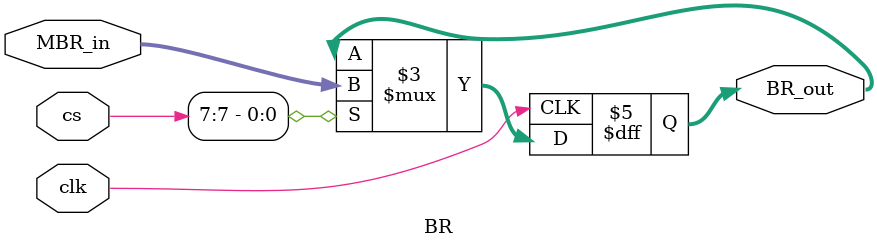
<source format=v>
`timescale 1ns / 1ps


module BR(
    MBR_in,cs,clk,BR_out
    );
    input [15:0] MBR_in;
    input [31:0] cs;
    input clk;
    output [15:0] BR_out;
    
    reg [15:0] BR_out;
    
    always@(posedge(clk))begin
        if(cs[7]==1)begin
            BR_out<=MBR_in;
        end
    end
    
endmodule

</source>
